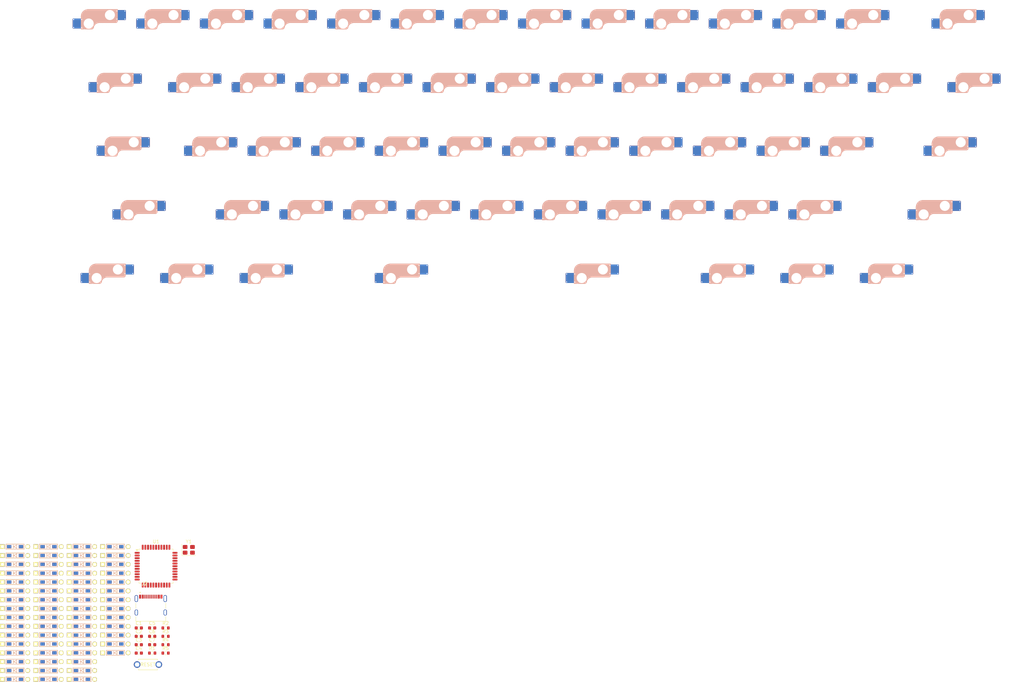
<source format=kicad_pcb>
(kicad_pcb (version 20241229) (generator "pcbnew") (generator_version "9.0")
  (layers (0 "F.Cu" signal) (2 "B.Cu" signal) (13 "F.Paste" user) (15 "B.Paste" user) (5 "F.SilkS" user "F.Silkscreen") (7 "B.SilkS" user "B.Silkscreen") (1 "F.Mask" user) (3 "B.Mask" user) (25 "Edge.Cuts" user))
  (net 0 "")
  (net 1 "Net-(U1-UCAP)")
  (net 2 "GND")
  (net 3 "XTAL1")
  (net 4 "XTAL2")
  (net 5 "RESET")
  (net 6 "Net-(D1-A)")
  (net 7 "row0")
  (net 8 "Net-(D2-A)")
  (net 9 "Net-(D3-A)")
  (net 10 "Net-(D4-A)")
  (net 11 "Net-(D5-A)")
  (net 12 "Net-(D6-A)")
  (net 13 "Net-(D7-A)")
  (net 14 "Net-(D8-A)")
  (net 15 "Net-(D9-A)")
  (net 16 "Net-(D10-A)")
  (net 17 "Net-(D11-A)")
  (net 18 "Net-(D12-A)")
  (net 19 "Net-(D13-A)")
  (net 20 "Net-(D14-A)")
  (net 21 "Net-(D15-A)")
  (net 22 "row1")
  (net 23 "Net-(D16-A)")
  (net 24 "Net-(D17-A)")
  (net 25 "Net-(D18-A)")
  (net 26 "Net-(D19-A)")
  (net 27 "Net-(D20-A)")
  (net 28 "Net-(D21-A)")
  (net 29 "Net-(D22-A)")
  (net 30 "Net-(D23-A)")
  (net 31 "Net-(D24-A)")
  (net 32 "Net-(D25-A)")
  (net 33 "Net-(D26-A)")
  (net 34 "Net-(D27-A)")
  (net 35 "Net-(D28-A)")
  (net 36 "row2")
  (net 37 "Net-(D29-A)")
  (net 38 "Net-(D30-A)")
  (net 39 "Net-(D31-A)")
  (net 40 "Net-(D32-A)")
  (net 41 "Net-(D33-A)")
  (net 42 "Net-(D34-A)")
  (net 43 "Net-(D35-A)")
  (net 44 "Net-(D36-A)")
  (net 45 "Net-(D37-A)")
  (net 46 "Net-(D38-A)")
  (net 47 "Net-(D39-A)")
  (net 48 "Net-(D40-A)")
  (net 49 "Net-(D41-A)")
  (net 50 "Net-(D42-A)")
  (net 51 "row3")
  (net 52 "Net-(D43-A)")
  (net 53 "Net-(D44-A)")
  (net 54 "Net-(D45-A)")
  (net 55 "Net-(D46-A)")
  (net 56 "Net-(D47-A)")
  (net 57 "Net-(D48-A)")
  (net 58 "Net-(D49-A)")
  (net 59 "Net-(D50-A)")
  (net 60 "Net-(D51-A)")
  (net 61 "Net-(D52-A)")
  (net 62 "Net-(D53-A)")
  (net 63 "Net-(D54-A)")
  (net 64 "row4")
  (net 65 "Net-(D55-A)")
  (net 66 "Net-(D56-A)")
  (net 67 "Net-(D57-A)")
  (net 68 "Net-(D58-A)")
  (net 69 "Net-(D59-A)")
  (net 70 "Net-(D60-A)")
  (net 71 "Net-(D61-A)")
  (net 74 "D-")
  (net 75 "D+")
  (net 76 "Net-(J2-CC2)")
  (net 77 "Net-(J2-CC1)")
  (net 78 "Net-(U1-~{HWB}{slash}PE2)")
  (net 79 "Net-(U1-D+)")
  (net 80 "Net-(U1-D-)")
  (net 81 "col0")
  (net 82 "col1")
  (net 83 "col2")
  (net 84 "col3")
  (net 85 "col4")
  (net 86 "col5")
  (net 87 "col6")
  (net 88 "col7")
  (net 89 "col8")
  (net 90 "col9")
  (net 91 "col10")
  (net 92 "col11")
  (net 93 "col12")
  (net 94 "col13")
  (footprint "kbd:D3_TH_SMD" (layer "F.Cu") (at 50.336 247.2525)
    (property "Reference" "D2" (hide yes))
    (property "Value" "1N4148W" (hide yes))
  )
  (footprint "kbd:D3_TH_SMD" (layer "F.Cu") (at 60.353 271.1025)
    (property "Reference" "D27" (hide yes))
    (property "Value" "1N4148W" (hide yes))
  )
  (footprint "kbd:D3_TH_SMD" (layer "F.Cu") (at 60.353 268.4525)
    (property "Reference" "D26" (hide yes))
    (property "Value" "1N4148W" (hide yes))
  )
  (footprint "kbd:D3_TH_SMD" (layer "F.Cu") (at 70.37 268.4525)
    (property "Reference" "D42" (hide yes))
    (property "Value" "1N4148W" (hide yes))
  )
  (footprint "BrownSugar_KBD:CherryMX_Hotswap_via_3U" (layer "F.Cu") (at 223.8375 166.6875)
    (property "Reference" "SW59")
    (property "Value" "Fn")
  )
  (footprint "kbd:D3_TH_SMD" (layer "F.Cu") (at 60.353 249.9025)
    (property "Reference" "D19" (hide yes))
    (property "Value" "1N4148W" (hide yes))
  )
  (footprint "kbd:D3_TH_SMD" (layer "F.Cu") (at 50.336 284.3525)
    (property "Reference" "D16" (hide yes))
    (property "Value" "1N4148W" (hide yes))
  )
  (footprint "Capacitor_SMD:C_0603_1608Metric" (layer "F.Cu") (at 91.4025 271.4625)
    (property "Reference" "C6")
    (property "Value" "0.1uF")
  )
  (footprint "kbd:D3_TH_SMD" (layer "F.Cu") (at 70.37 255.2025)
    (property "Reference" "D37" (hide yes))
    (property "Value" "1N4148W" (hide yes))
  )
  (footprint "BrownSugar_KBD:CherryMX_Hotswap_via_1U" (layer "F.Cu") (at 261.9375 128.5875)
    (property "Reference" "SW39")
    (property "Value" "L")
  )
  (footprint "BrownSugar_KBD:CherryMX_Hotswap_via_1U" (layer "F.Cu") (at 295.275 109.5375)
    (property "Reference" "SW27")
    (property "Value" "[")
  )
  (footprint "kbd:D3_TH_SMD" (layer "F.Cu") (at 70.37 279.0525)
    (property "Reference" "D46" (hide yes))
    (property "Value" "1N4148W" (hide yes))
  )
  (footprint "kbd:D3_TH_SMD" (layer "F.Cu") (at 70.37 265.8025)
    (property "Reference" "D41" (hide yes))
    (property "Value" "1N4148W" (hide yes))
  )
  (footprint "kbd:D3_TH_SMD" (layer "F.Cu") (at 60.353 276.4025)
    (property "Reference" "D29" (hide yes))
    (property "Value" "1N4148W" (hide yes))
  )
  (footprint "BrownSugar_KBD:CherryMX_Hotswap_via_1U" (layer "F.Cu") (at 280.9875 128.5875)
    (property "Reference" "SW40")
    (property "Value" ";")
  )
  (footprint "kbd:D3_TH_SMD" (layer "F.Cu") (at 70.37 247.2525)
    (property "Reference" "D34" (hide yes))
    (property "Value" "1N4148W" (hide yes))
  )
  (footprint "BrownSugar_KBD:CherryMX_Hotswap_via_1U" (layer "F.Cu") (at 114.3 90.4875)
    (property "Reference" "SW4")
    (property "Value" "2")
  )
  (footprint "BrownSugar_KBD:CherryMX_Hotswap_via_1.5U" (layer "F.Cu") (at 80.9625 109.5375)
    (property "Reference" "SW16")
    (property "Value" "Tab")
  )
  (footprint "kbd:D3_TH_SMD" (layer "F.Cu") (at 80.387 276.4025)
    (property "Reference" "D61" (hide yes))
    (property "Value" "1N4148W" (hide yes))
  )
  (footprint "kbd:D3_TH_SMD" (layer "F.Cu") (at 60.353 281.7025)
    (property "Reference" "D31" (hide yes))
    (property "Value" "1N4148W" (hide yes))
  )
  (footprint "kbd:D3_TH_SMD" (layer "F.Cu") (at 80.387 257.8525)
    (property "Reference" "D54" (hide yes))
    (property "Value" "1N4148W" (hide yes))
  )
  (footprint "BrownSugar_KBD:CherryMX_Hotswap_via_1.25U" (layer "F.Cu") (at 78.58125 166.6875)
    (property "Reference" "SW55")
    (property "Value" "L-Ctrl")
  )
  (footprint "BrownSugar_KBD:CherryMX_Hotswap_via_1U" (layer "F.Cu") (at 233.3625 147.6375)
    (property "Reference" "SW50")
    (property "Value" "M")
  )
  (footprint "BrownSugar_KBD:CherryMX_Hotswap_via_1U" (layer "F.Cu") (at 76.2 90.4875)
    (property "Reference" "SW2")
    (property "Value" "`")
  )
  (footprint "Capacitor_SMD:C_0603_1608Metric" (layer "F.Cu") (at 87.3925 271.4625)
    (property "Reference" "C2")
    (property "Value" "22pF")
  )
  (footprint "BrownSugar_KBD:CherryMX_Hotswap_via_1U" (layer "F.Cu") (at 171.45 90.4875)
    (property "Reference" "SW7")
    (property "Value" "5")
  )
  (footprint "BrownSugar_KBD:CherryMX_Hotswap_via_1.75U" (layer "F.Cu") (at 83.34375 128.5875)
    (property "Reference" "SW30")
    (property "Value" "Capslock")
  )
  (footprint "BrownSugar_KBD:CherryMX_Hotswap_via_1U" (layer "F.Cu") (at 247.65 90.4875)
    (property "Reference" "SW11")
    (property "Value" "9")
  )
  (footprint "kbd:D3_TH_SMD" (layer "F.Cu") (at 70.37 263.1525)
    (property "Reference" "D40" (hide yes))
    (property "Value" "1N4148W" (hide yes))
  )
  (footprint "kbd:D3_TH_SMD" (layer "F.Cu") (at 80.387 271.1025)
    (property "Reference" "D59" (hide yes))
    (property "Value" "1N4148W" (hide yes))
  )
  (footprint "kbd:D3_TH_SMD" (layer "F.Cu") (at 50.336 271.1025)
    (property "Reference" "D11" (hide yes))
    (property "Value" "1N4148W" (hide yes))
  )
  (footprint "kbd:D3_TH_SMD" (layer "F.Cu") (at 60.353 255.2025)
    (property "Reference" "D21" (hide yes))
    (property "Value" "1N4148W" (hide yes))
  )
  (footprint "kbd:D3_TH_SMD" (layer "F.Cu") (at 70.37 271.1025)
    (property "Reference" "D43" (hide yes))
    (property "Value" "1N4148W" (hide yes))
  )
  (footprint "kbd:D3_TH_SMD" (layer "F.Cu") (at 80.387 249.9025)
    (property "Reference" "D51" (hide yes))
    (property "Value" "1N4148W" (hide yes))
  )
  (footprint "BrownSugar_KBD:CherryMX_Hotswap_via_1U" (layer "F.Cu") (at 147.6375 128.5875)
    (property "Reference" "SW33")
    (property "Value" "D")
  )
  (footprint "kbd:D3_TH_SMD" (layer "F.Cu") (at 50.336 276.4025)
    (property "Reference" "D13" (hide yes))
    (property "Value" "1N4148W" (hide yes))
  )
  (footprint "BrownSugar_KBD:CherryMX_Hotswap_via_1U" (layer "F.Cu") (at 257.175 109.5375)
    (property "Reference" "SW25")
    (property "Value" "O")
  )
  (footprint "BrownSugar_KBD:CherryMX_Hotswap_via_1U" (layer "F.Cu") (at 304.8 90.4875)
    (property "Reference" "SW14")
    (property "Value" "=")
  )
  (footprint "kbd:D3_TH_SMD" (layer "F.Cu") (at 70.37 249.9025)
    (property "Reference" "D35" (hide yes))
    (property "Value" "1N4148W" (hide yes))
  )
  (footprint "kbd:D3_TH_SMD" (layer "F.Cu") (at 50.336 249.9025)
    (property "Reference" "D3" (hide yes))
    (property "Value" "1N4148W" (hide yes))
  )
  (footprint "kbd:D3_TH_SMD" (layer "F.Cu") (at 60.353 257.8525)
    (property "Reference" "D22" (hide yes))
    (property "Value" "1N4148W" (hide yes))
  )
  (footprint "kbd:D3_TH_SMD" (layer "F.Cu") (at 70.37 281.7025)
    (property "Reference" "D47" (hide yes))
    (property "Value" "1N4148W" (hide yes))
  )
  (footprint "BrownSugar_KBD:CherryMX_Hotswap_via_1U" (layer "F.Cu") (at 219.075 109.5375)
    (property "Reference" "SW23")
    (property "Value" "U")
  )
  (footprint "kbd:D3_TH_SMD" (layer "F.Cu") (at 60.353 244.6025)
    (property "Reference" "D17" (hide yes))
    (property "Value" "1N4148W" (hide yes))
  )
  (footprint "BrownSugar_KBD:CherryMX_Hotswap_via_1U" (layer "F.Cu") (at 204.7875 128.5875)
    (property "Reference" "SW36")
    (property "Value" "H")
  )
  (footprint "kbd:D3_TH_SMD" (layer "F.Cu") (at 70.37 273.7525)
    (property "Reference" "D44" (hide yes))
    (property "Value" "1N4148W" (hide yes))
  )
  (footprint "BrownSugar_KBD:CherryMX_Hotswap_via_1.25U" (layer "F.Cu") (at 126.20625 166.6875)
    (property "Reference" "SW57")
    (property "Value" "L-Alt")
  )
  (footprint "BrownSugar_KBD:CherryMX_Hotswap_via_1U" (layer "F.Cu") (at 185.7375 128.5875)
    (property "Reference" "SW35")
    (property "Value" "G")
  )
  (footprint "BrownSugar_KBD:CherryMX_Hotswap_via_1U" (layer "F.Cu") (at 157.1625 147.6375)
    (property "Reference" "SW46")
    (property "Value" "C")
  )
  (footprint "BrownSugar_KBD:CherryMX_Hotswap_via_1.25U" (layer "F.Cu") (at 288.13125 166.6875)
    (property "Reference" "SW61")
    (property "Value" "Menu")
  )
  (footprint "BrownSugar_KBD:CherryMX_Hotswap_via_1U" (layer "F.Cu") (at 266.7 90.4875)
    (property "Reference" "SW12")
    (property "Value" "0")
  )
  (footprint "kbd:D3_TH_SMD" (layer "F.Cu") (at 70.37 244.6025)
    (property "Reference" "D33" (hide yes))
    (property "Value" "1N4148W" (hide yes))
  )
  (footprint "kbd:D3_TH_SMD" (layer "F.Cu") (at 70.37 257.8525)
    (property "Reference" "D38" (hide yes))
    (property "Value" "1N4148W" (hide yes))
  )
  (footprint "BrownSugar_KBD:CherryMX_Hotswap_via_1U" (layer "F.Cu") (at 214.3125 147.6375)
    (property "Reference" "SW49")
    (property "Value" "N")
  )
  (footprint "BrownSugar_KBD:CherryMX_Hotswap_via_1U" (layer "F.Cu") (at 133.35 90.4875)
    (property "Reference" "SW5")
    (property "Value" "3")
  )
  (footprint "kbd:D3_TH_SMD" (layer "F.Cu") (at 60.353 284.3525)
    (property "Reference" "D32" (hide yes))
    (property "Value" "1N4148W" (hide yes))
  )
  (footprint "BrownSugar_KBD:CherryMX_Hotswap_via_1U" (layer "F.Cu") (at 190.5 90.4875)
    (property "Reference" "SW8")
    (property "Value" "6")
  )
  (footprint "kbd:D3_TH_SMD" (layer "F.Cu") (at 50.336 263.1525)
    (property "Reference" "D8" (hide yes))
    (property "Value" "1N4148W" (hide yes))
  )
  (footprint "kbd:D3_TH_SMD" (layer "F.Cu") (at 50.336 260.5025)
    (property "Reference" "D7" (hide yes))
    (property "Value" "1N4148W" (hide yes))
  )
  (footprint "Capacitor_SMD:C_0603_1608Metric" (layer "F.Cu") (at 87.3925 276.4825)
    (property "Reference" "C4")
    (property "Value" "10uF")
  )
  (footprint "BrownSugar_KBD:CherryMX_Hotswap_via_1U" (layer "F.Cu") (at 180.975 109.5375)
    (property "Reference" "SW21")
    (property "Value" "T")
  )
  (footprint "kbd:D3_TH_SMD" (layer "F.Cu") (at 60.353 247.2525)
    (property "Reference" "D18" (hide yes))
    (property "Value" "1N4148W" (hide yes))
  )
  (footprint "BrownSugar_KBD:CherryMX_Hotswap_via_2U" (layer "F.Cu") (at 333.375 90.4875)
    (property "Reference" "SW15")
    (property "Value" "Backspace")
  )
  (footprint "Resistor_SMD:R_0603_1608Metric" (layer "F.Cu") (at 95.4125 276.4825)
    (property "Reference" "R5")
    (property "Value" "5.1k")
  )
  (footprint "Package_QFP:TQFP-44_10x10mm_P0.8mm" (layer "F.Cu") (at 92.5625 250.4525)
    (property "Reference" "U1")
    (property "Value" "ATmega32U4-A")
  )
  (footprint "BrownSugar_KBD:CherryMX_Hotswap_via_1U" (layer "F.Cu") (at 104.775 109.5375)
    (property "Reference" "SW17")
    (property "Value" "Q")
  )
  (footprint "BrownSugar_KBD:CherryMX_Hotswap_via_1.25U" (layer "F.Cu") (at 102.39375 166.6875)
    (property "Reference" "SW56")
    (property "Value" "win")
  )
  (footprint "kbd:D3_TH_SMD" (layer "F.Cu") (at 80.387 252.5525)
    (property "Reference" "D52" (hide yes))
    (property "Value" "1N4148W" (hide yes))
  )
  (footprint "Capacitor_SMD:C_0603_1608Metric" (layer "F.Cu") (at 91.4025 273.9725)
    (property "Reference" "C7")
    (property "Value" "0.1uF")
  )
  (footprint "Resistor_SMD:R_0603_1608Metric" (layer "F.Cu") (at 95.4125 271.4625)
    (property "Reference" "R3")
    (property "Value" "22")
  )
  (footprint "BrownSugar_KBD:CherryMX_Hotswap_via_1U" (layer "F.Cu") (at 176.2125 147.6375)
    (property "Reference" "SW47")
    (property "Value" "V")
  )
  (footprint "BrownSugar_KBD:CherryMX_Hotswap_via_2.25U" (layer "F.Cu") (at 330.99375 128.5875)
    (property "Reference" "SW42")
    (property "Value" "Enter")
  )
  (footprint "kbd:D3_TH_SMD" (layer "F.Cu") (at 50.336 257.8525)
    (property "Reference" "D6" (hide yes))
    (property "Value" "1N4148W" (hide yes))
  )
  (footprint "BrownSugar_KBD:CherryMX_Hotswap_via_1U" (layer "F.Cu") (at 109.5375 128.5875)
    (property "Reference" "SW31")
    (property "Value" "A")
  )
  (footprint "kbd:D3_TH_SMD" (layer "F.Cu") (at 50.336 265.8025)
    (property "Reference" "D9" (hide yes))
    (property "Value" "1N4148W" (hide yes))
  )
  (footprint "BrownSugar_KBD:CherryMX_Hotswap_via_1.25U" (layer "F.Cu") (at 311.94375 166.6875)
    (property "Reference" "SW62")
    (property "Value" "R-Ctrl")
  )
  (footprint "Resistor_SMD:R_0603_1608Metric" (layer "F.Cu") (at 91.4025 276.4825)
    (property "Reference" "R1")
    (property "Value" "10k")
  )
  (footprint "kbd:D3_TH_SMD" (layer "F.Cu") (at 70.37 276.4025)
    (property "Reference" "D45" (hide yes))
    (property "Value" "1N4148W" (hide yes))
  )
  (footprint "BrownSugar_KBD:CherryMX_Hotswap_via_1U" (layer "F.Cu") (at 200.025 109.5375)
    (property "Reference" "SW22")
    (property "Value" "Y")
  )
  (footprint "Capacitor_SMD:C_0603_1608Metric" (layer "F.Cu") (at 87.3925 273.9725)
    (property "Reference" "C3")
    (property "Value" "22pF")
  )
  (footprint "Resistor_SMD:R_0603_1608Metric" (layer "F.Cu") (at 95.4125 268.9525)
    (property "Reference" "R2")
    (property "Value" "22")
  )
  (footprint "kbd:D3_TH_SMD" (layer "F.Cu") (at 70.37 260.5025)
    (property "Reference" "D39" (hide yes))
    (property "Value" "1N4148W" (hide yes))
  )
  (footprint "BrownSugar_KBD:CherryMX_Hotswap_via_1U" (layer "F.Cu") (at 119.0625 147.6375)
    (property "Reference" "SW44")
    (property "Value" "Z")
  )
  (footprint "BrownSugar_KBD:CherryMX_Hotswap_via_1U" (layer "F.Cu") (at 290.5125 147.6375)
    (property "Reference" "SW53")
    (property "Value" "/")
  )
  (footprint "5077CR-16SMC2-BK-TR:NELTRON_5077CR-16SMC2-BK-TR" (layer "F.Cu") (at 90.9825 260.6475)
    (property "Reference" "J2")
    (property "Value" "5077CR-16SMC2-BK-TR")
  )
  (footprint "kbd:D3_TH_SMD" (layer "F.Cu") (at 60.353 260.5025)
    (property "Reference" "D23" (hide yes))
    (property "Value" "1N4148W" (hide yes))
  )
  (footprint "kbd:D3_TH_SMD" (layer "F.Cu") (at 50.336 281.7025)
    (property "Reference" "D15" (hide yes))
    (property "Value" "1N4148W" (hide yes))
  )
  (footprint "BrownSugar_KBD:CherryMX_Hotswap_via_1U" (layer "F.Cu") (at 142.875 109.5375)
    (property "Reference" "SW19")
    (property "Value" "E")
  )
  (footprint "kbd:ResetSW" (layer "F.Cu") (at 90.1375 279.9125)
    (property "Reference" "SW1" (hide yes))
    (property "Value" "Reset SW")
  )
  (footprint "BrownSugar_KBD:CherryMX_Hotswap_via_1U" (layer "F.Cu") (at 276.225 109.5375)
    (property "Reference" "SW26")
    (property "Value" "P")
  )
  (footprint "BrownSugar_KBD:CherryMX_Hotswap_via_1U" (layer "F.Cu") (at 314.325 109.5375)
    (property "Reference" "SW28")
    (property "Value" "]")
  )
  (footprint "BrownSugar_KBD:CherryMX_Hotswap_via_1U" (layer "F.Cu") (at 161.925 109.5375)
    (property "Reference" "SW20")
    (property "Value" "R")
  )
  (footprint "Crystal:Crystal_SMD_3225-4Pin_3.2x2.5mm" (layer "F.Cu") (at 102.3625 245.5525)
    (property "Reference" "Y1")
    (property "Value" "16MHz")
  )
  (footprint "kbd:D3_TH_SMD" (layer "F.Cu") (at 70.37 284.3525)
    (property "Reference" "D48" (hide yes))
    (property "Value" "1N4148W" (hide yes))
  )
  (footprint "kbd:D3_TH_SMD" (layer "F.Cu") (at 50.336 244.6025)
    (property "Reference" "D1" (hide yes))
    (property "Value" "1N4148W" (hide yes))
  )
  (footprint "kbd:D3_TH_SMD" (layer "F.Cu") (at 80.387 244.6025)
    (property "Reference" "D49" (hide yes))
    (property "Value" "1N4148W" (hide yes))
  )
  (footprint "BrownSugar_KBD:CherryMX_Hotswap_via_1U" (layer "F.Cu") (at 300.0375 128.5875)
    (property "Reference" "SW41")
    (property "Value" "'")
  )
  (footprint "BrownSugar_KBD:CherryMX_Hotswap_via_1U" (layer "F.Cu") (at 271.4625 147.6375)
    (property "Reference" "SW52")
    (property "Value" ".")
  )
  (footprint "BrownSugar_KBD:CherryMX_Hotswap_via_1U" (layer "F.Cu") (at 128.5875 128.5875)
    (property "Reference" "SW32")
    (property "Value" "S")
  )
  (footprint "kbd:D3_TH_SMD" (layer "F.Cu") (at 80.387 263.1525)
    (property "Reference" "D56" (hide yes))
    (property "Value" "1N4148W" (hide yes))
  )
  (footprint "Capacitor_SMD:C_0603_1608Metric" (layer "F.Cu") (at 87.3925 268.9525)
    (property "Reference" "C1")
    (property "Value" "1uF")
  )
  (footprint "BrownSugar_KBD:CherryMX_Hotswap_via_1U" (layer "F.Cu") (at 238.125 109.5375)
    (property "Reference" "SW24")
    (property "Value" "I")
  )
  (footprint "BrownSugar_KBD:CherryMX_Hotswap_via_1U" (layer "F.Cu") (at 223.8375 128.5875)
    (property "Reference" "SW37")
    (property "Value" "J")
  )
  (footprint "BrownSugar_KBD:CherryMX_Hotswap_via_1.25U" (layer "F.Cu") (at 264.31875 166.6875)
    (property "Reference" "SW60")
    (property "Value" "R-Alt")
  )
  (footprint "BrownSugar_KBD:CherryMX_Hotswap_via_3U" (layer "F.Cu") (at 166.6875 166.6875)
    (property "Reference" "SW58")
    (property "Value" "Space")
  )
  (footprint "BrownSugar_KBD:CherryMX_Hotswap_via_1U" (layer "F.Cu") (at 195.2625 147.6375)
    (property "Reference" "SW48")
    (property "Value" "B")
  )
  (footprint "BrownSugar_KBD:CherryMX_Hotswap_via_1U" (layer "F.Cu") (at 252.4125 147.6375)
    (property "Reference" "SW51")
    (property "Value" ",")
  )
  (footprint "BrownSugar_KBD:CherryMX_Hotswap_via_1U" (layer "F.Cu") (at 209.55 90.4875)
    (property "Reference" "SW9")
    (property "Value" "7")
  )
  (footprint "kbd:D3_TH_SMD" (layer "F.Cu") (at 80.387 268.4525)
    (property "Reference" "D58" (hide yes))
    (property "Value" "1N4148W" (hide yes))
  )
  (footprint "BrownSugar_KBD:CherryMX_Hotswap_via_1U" (layer "F.Cu") (at 166.6875 128.5875)
    (property "Reference" "SW34")
    (property "Value" "F")
  )
  (footprint "kbd:D3_TH_SMD" (layer "F.Cu") (at 50.336 279.0525)
    (property "Reference" "D14" (hide yes))
    (property "Value" "1N4148W" (hide yes))
  )
  (footprint "BrownSugar_KBD:CherryMX_Hotswap_via_1U" (layer "F.Cu") (at 138.1125 147.6375)
    (property "Reference" "SW45")
    (property "Value" "X")
  )
  (footprint "BrownSugar_KBD:CherryMX_Hotswap_via_1U" (layer "F.Cu") (at 152.4 90.4875)
    (property "Reference" "SW6")
    (property "Value" "4")
  )
  (footprint "BrownSugar_KBD:CherryMX_Hotswap_via_1U" (layer "F.Cu") (at 95.25 90.4875)
    (property "Reference" "SW3")
    (property "Value" "1")
  )
  (footprint "kbd:D3_TH_SMD" (layer "F.Cu") (at 60.353 252.5525)
    (property "Reference" "D20" (hide yes))
    (property "Value" "1N4148W" (hide yes))
  )
  (footprint "BrownSugar_KBD:CherryMX_Hotswap_via_2.75U" (layer "F.Cu") (at 326.23125 147.6375)
    (property "Reference" "SW54")
    (property "Value" "R-shift")
  )
  (footprint "BrownSugar_KBD:CherryMX_Hotswap_via_1U" (layer "F.Cu") (at 242.8875 128.5875)
    (property "Reference" "SW38")
    (property "Value" "K")
  )
  (footprint "BrownSugar_KBD:CherryMX_Hotswap_via_1U" (layer "F.Cu") (at 123.825 109.5375)
    (property "Reference" "SW18")
    (property "Value" "W")
  )
  (footprint "kbd:D3_TH_SMD" (layer "F.Cu") (at 60.353 273.7525)
    (property "Reference" "D28" (hide yes))
    (property "Value" "1N4148W" (hide yes))
  )
  (footprint "kbd:D3_TH_SMD" (layer "F.Cu") (at 80.387 255.2025)
    (property "Reference" "D53" (hide yes))
    (property "Value" "1N4148W" (hide yes))
  )
  (footprint "kbd:D3_TH_SMD" (layer "F.Cu") (at 70.37 252.5525)
    (property "Reference" "D36" (hide yes))
    (property "Value" "1N4148W" (hide yes))
  )
  (footprint "kbd:D3_TH_SMD" (layer "F.Cu") (at 60.353 265.8025)
    (property "Reference" "D25" (hide yes))
    (property "Value" "1N4148W" (hide yes))
  )
  (footprint "BrownSugar_KBD:CherryMX_Hotswap_via_1U" (layer "F.Cu") (at 228.6 90.4875)
    (property "Reference" "SW10")
    (property "Value" "8")
  )
  (footprint "kbd:D3_TH_SMD" (layer "F.Cu") (at 50.336 268.4525)
    (property "Reference" "D10" (hide yes))
    (property "Value" "1N4148W" (hide yes))
  )
  (footprint "kbd:D3_TH_SMD" (layer "F.Cu") (at 80.387 247.2525)
    (property "Reference" "D50" (hide yes))
    (property "Value" "1N4148W" (hide yes))
  )
  (footprint "BrownSugar_KBD:CherryMX_Hotswap_via_2.25U" (layer "F.Cu") (at 88.10625 147.6375)
    (property "Reference" "SW43")
    (property "Value" "L-shift")
  )
  (footprint "kbd:D3_TH_SMD" (layer "F.Cu") (at 80.387 265.8025)
    (property "Reference" "D57" (hide yes))
    (property "Value" "1N4148W" (hide yes))
  )
  (footprint "kbd:D3_TH_SMD" (layer "F.Cu") (at 60.353 263.1525)
    (property "Reference" "D24" (hide yes))
    (property "Value" "1N4148W" (hide yes))
  )
  (footprint "kbd:D3_TH_SMD" (layer "F.Cu") (at 60.353 279.0525)
    (property "Reference" "D30" (hide yes))
    (property "Value" "1N4148W" (hide yes))
  )
  (footprint "Resistor_SMD:R_0603_1608Metric" (layer "F.Cu") (at 95.4125 273.9725)
    (property "Reference" "R4")
    (property "Value" "5.1k")
  )
  (footprint "kbd:D3_TH_SMD" (layer "F.Cu") (at 50.336 252.5525)
    (property "Reference" "D4" (hide yes))
    (property "Value" "1N4148W" (hide yes))
  )
  (footprint "kbd:D3_TH_SMD" (layer "F.Cu") (at 50.336 255.2025)
    (property "Reference" "D5" (hide yes))
    (property "Value" "1N4148W" (hide yes))
  )
  (footprint "BrownSugar_KBD:CherryMX_Hotswap_via_1U" (layer "F.Cu") (at 285.75 90.4875)
    (property "Reference" "SW13")
    (property "Value" "-")
  )
  (footprint "Capacitor_SMD:C_0603_1608Metric" (layer "F.Cu") (at 91.4025 268.9525)
    (property "Reference" "C5")
    (property "Value" "0.1uF")
  )
  (footprint "BrownSugar_KBD:CherryMX_Hotswap_via_1.5U" (layer "F.Cu") (at 338.1375 109.5375)
    (property "Reference" "SW29")
    (property "Value" "\\")
  )
  (footprint "kbd:D3_TH_SMD" (layer "F.Cu") (at 80.387 273.7525)
    (property "Reference" "D60" (hide yes))
    (property "Value" "1N4148W" (hide yes))
  )
  (footprint "kbd:D3_TH_SMD" (layer "F.Cu") (at 50.336 273.7525)
    (property "Reference" "D12" (hide yes))
    (property "Value" "1N4148W" (hide yes))
  )
  (footprint "kbd:D3_TH_SMD" (layer "F.Cu") (at 80.387 260.5025)
    (property "Reference" "D55" (hide yes))
    (property "Value" "1N4148W" (hide yes))
  )
)
</source>
